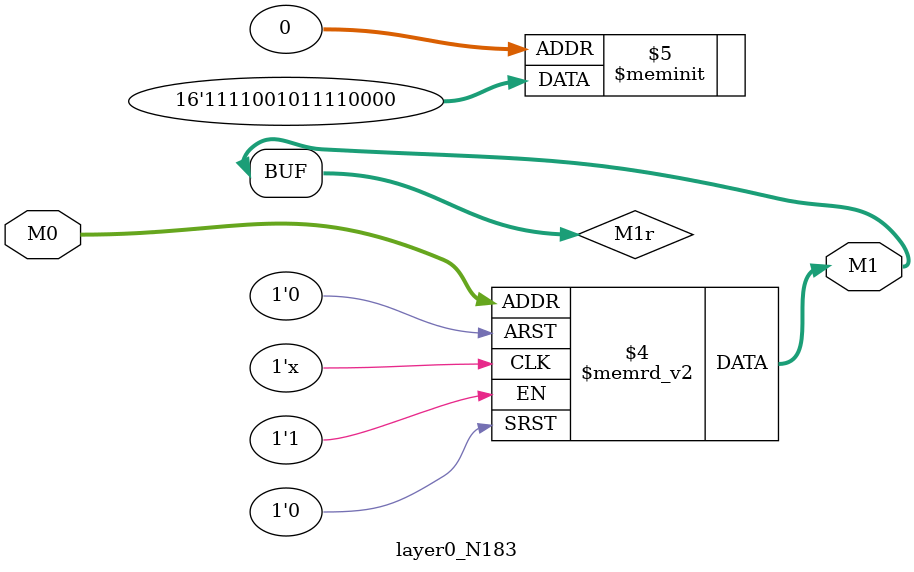
<source format=v>
module layer0_N183 ( input [2:0] M0, output [1:0] M1 );

	(*rom_style = "distributed" *) reg [1:0] M1r;
	assign M1 = M1r;
	always @ (M0) begin
		case (M0)
			3'b000: M1r = 2'b00;
			3'b100: M1r = 2'b10;
			3'b010: M1r = 2'b11;
			3'b110: M1r = 2'b11;
			3'b001: M1r = 2'b00;
			3'b101: M1r = 2'b00;
			3'b011: M1r = 2'b11;
			3'b111: M1r = 2'b11;

		endcase
	end
endmodule

</source>
